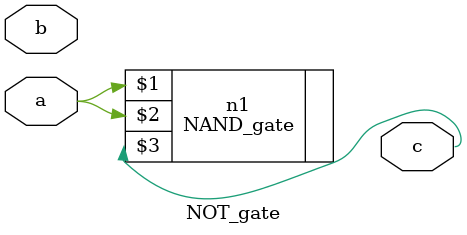
<source format=v>
`include "NAND.v"
module NOT_gate(a, b, c);
input a, b;
output c;

NAND_gate n1(a, a, c);


endmodule
</source>
